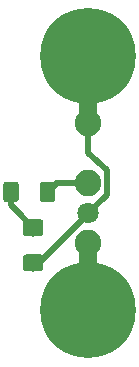
<source format=gbr>
%TF.GenerationSoftware,KiCad,Pcbnew,(5.1.7)-1*%
%TF.CreationDate,2020-11-20T21:44:25-06:00*%
%TF.ProjectId,PROBE-BOARD,50524f42-452d-4424-9f41-52442e6b6963,rev?*%
%TF.SameCoordinates,Original*%
%TF.FileFunction,Copper,L1,Top*%
%TF.FilePolarity,Positive*%
%FSLAX46Y46*%
G04 Gerber Fmt 4.6, Leading zero omitted, Abs format (unit mm)*
G04 Created by KiCad (PCBNEW (5.1.7)-1) date 2020-11-20 21:44:25*
%MOMM*%
%LPD*%
G01*
G04 APERTURE LIST*
%TA.AperFunction,ComponentPad*%
%ADD10C,1.800000*%
%TD*%
%TA.AperFunction,ComponentPad*%
%ADD11C,2.250000*%
%TD*%
%TA.AperFunction,ComponentPad*%
%ADD12C,8.100000*%
%TD*%
%TA.AperFunction,ViaPad*%
%ADD13C,0.800000*%
%TD*%
%TA.AperFunction,Conductor*%
%ADD14C,0.500000*%
%TD*%
%TA.AperFunction,Conductor*%
%ADD15C,1.500000*%
%TD*%
G04 APERTURE END LIST*
%TO.P,R1,2*%
%TO.N,Net-(D1-Pad2)*%
%TA.AperFunction,SMDPad,CuDef*%
G36*
G01*
X-5853000Y-89999D02*
X-5853000Y-1340001D01*
G75*
G02*
X-6102999Y-1590000I-249999J0D01*
G01*
X-6903001Y-1590000D01*
G75*
G02*
X-7153000Y-1340001I0J249999D01*
G01*
X-7153000Y-89999D01*
G75*
G02*
X-6903001Y160000I249999J0D01*
G01*
X-6102999Y160000D01*
G75*
G02*
X-5853000Y-89999I0J-249999D01*
G01*
G37*
%TD.AperFunction*%
%TO.P,R1,1*%
%TO.N,VCC*%
%TA.AperFunction,SMDPad,CuDef*%
G36*
G01*
X-2753000Y-89999D02*
X-2753000Y-1340001D01*
G75*
G02*
X-3002999Y-1590000I-249999J0D01*
G01*
X-3803001Y-1590000D01*
G75*
G02*
X-4053000Y-1340001I0J249999D01*
G01*
X-4053000Y-89999D01*
G75*
G02*
X-3803001Y160000I249999J0D01*
G01*
X-3002999Y160000D01*
G75*
G02*
X-2753000Y-89999I0J-249999D01*
G01*
G37*
%TD.AperFunction*%
%TD*%
%TO.P,D1,2*%
%TO.N,Net-(D1-Pad2)*%
%TA.AperFunction,SMDPad,CuDef*%
G36*
G01*
X-4006500Y-4458500D02*
X-5256500Y-4458500D01*
G75*
G02*
X-5506500Y-4208500I0J250000D01*
G01*
X-5506500Y-3283500D01*
G75*
G02*
X-5256500Y-3033500I250000J0D01*
G01*
X-4006500Y-3033500D01*
G75*
G02*
X-3756500Y-3283500I0J-250000D01*
G01*
X-3756500Y-4208500D01*
G75*
G02*
X-4006500Y-4458500I-250000J0D01*
G01*
G37*
%TD.AperFunction*%
%TO.P,D1,1*%
%TO.N,SIGNAL*%
%TA.AperFunction,SMDPad,CuDef*%
G36*
G01*
X-4006500Y-7433500D02*
X-5256500Y-7433500D01*
G75*
G02*
X-5506500Y-7183500I0J250000D01*
G01*
X-5506500Y-6258500D01*
G75*
G02*
X-5256500Y-6008500I250000J0D01*
G01*
X-4006500Y-6008500D01*
G75*
G02*
X-3756500Y-6258500I0J-250000D01*
G01*
X-3756500Y-7183500D01*
G75*
G02*
X-4006500Y-7433500I-250000J0D01*
G01*
G37*
%TD.AperFunction*%
%TD*%
D10*
%TO.P,SW1,4*%
%TO.N,SIGNAL*%
X0Y-2540000D03*
D11*
%TO.P,SW1,3*%
%TO.N,VCC*%
X0Y0D03*
%TO.P,SW1,2*%
%TO.N,SIGNAL*%
X0Y5080000D03*
%TO.P,SW1,1*%
%TO.N,GND*%
X0Y-5080000D03*
%TD*%
D12*
%TO.P,J2,1*%
%TO.N,GND*%
X0Y-10750000D03*
%TD*%
%TO.P,J1,1*%
%TO.N,SIGNAL*%
X0Y10750000D03*
%TD*%
D13*
%TO.N,GND*%
X-2222500Y-7810500D03*
%TO.N,SIGNAL*%
X1700000Y7650000D03*
%TD*%
D14*
%TO.N,VCC*%
X0Y0D02*
X-87000Y0D01*
X-2700000Y50000D02*
X0Y0D01*
X-2700000Y-12000D02*
X-3403000Y-715000D01*
X-2700000Y50000D02*
X-2700000Y-12000D01*
D15*
%TO.N,GND*%
X0Y-5080000D02*
X0Y-10750000D01*
%TO.N,SIGNAL*%
X0Y10750000D02*
X0Y5080000D01*
D14*
X0Y5080000D02*
X762000Y5080000D01*
X-508000Y4572000D02*
X0Y5080000D01*
X0Y5080000D02*
X0Y4318000D01*
X1651000Y-1016000D02*
X0Y-2540000D01*
X1587500Y1143000D02*
X1651000Y-1016000D01*
X0Y2603500D02*
X1587500Y1143000D01*
X0Y5080000D02*
X0Y2603500D01*
X0Y-2589500D02*
X-4631500Y-7221000D01*
X0Y-2540000D02*
X0Y-2589500D01*
%TO.N,Net-(D1-Pad2)*%
X-4631500Y-3746000D02*
X-4631500Y-4246000D01*
X-5900000Y-2400000D02*
X-4631500Y-3746000D01*
X-6500000Y-1800000D02*
X-5900000Y-2400000D01*
X-6500000Y-718000D02*
X-6503000Y-715000D01*
X-6500000Y-1800000D02*
X-6500000Y-718000D01*
%TD*%
M02*

</source>
